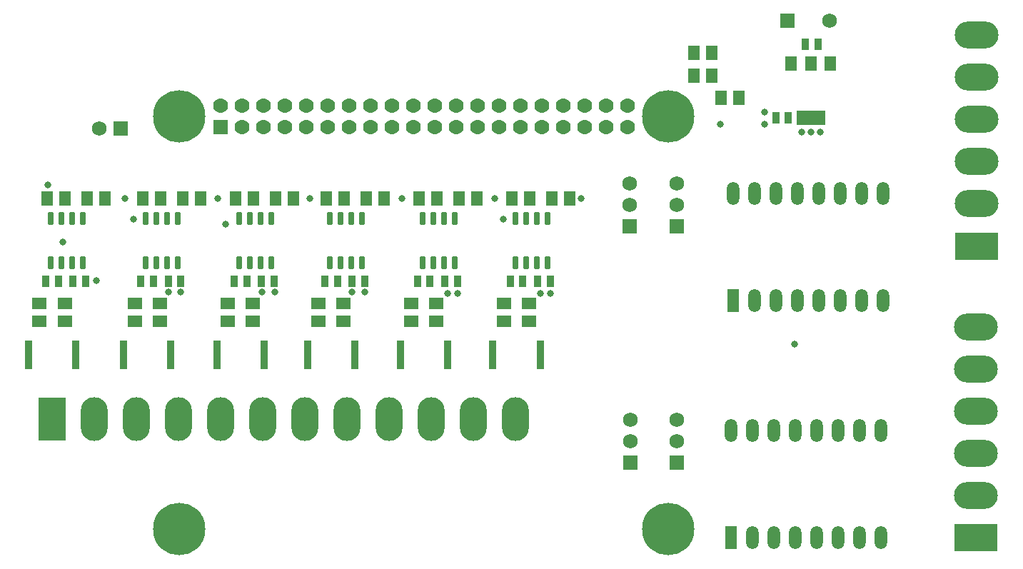
<source format=gbr>
G04*
G04 #@! TF.GenerationSoftware,Altium Limited,Altium Designer,24.0.1 (36)*
G04*
G04 Layer_Color=16711935*
%FSLAX25Y25*%
%MOIN*%
G70*
G04*
G04 #@! TF.SameCoordinates,EAEA65AB-E80B-4046-BB69-B77F90F57262*
G04*
G04*
G04 #@! TF.FilePolarity,Negative*
G04*
G01*
G75*
%ADD16R,0.06738X0.05550*%
%ADD17R,0.05550X0.06738*%
%ADD18C,0.06800*%
%ADD19R,0.06800X0.06800*%
%ADD20O,0.20485X0.12611*%
%ADD21R,0.20485X0.12611*%
%ADD22R,0.05800X0.10800*%
%ADD23O,0.05800X0.10800*%
%ADD24R,0.12611X0.20485*%
%ADD25O,0.12611X0.20485*%
%ADD26R,0.06800X0.06800*%
%ADD27C,0.06981*%
%ADD28R,0.06981X0.06981*%
%ADD29C,0.24422*%
%ADD30C,0.03162*%
%ADD53R,0.03740X0.05315*%
G04:AMPARAMS|DCode=61|XSize=29.65mil|YSize=57.21mil|CornerRadius=5.95mil|HoleSize=0mil|Usage=FLASHONLY|Rotation=180.000|XOffset=0mil|YOffset=0mil|HoleType=Round|Shape=RoundedRectangle|*
%AMROUNDEDRECTD61*
21,1,0.02965,0.04532,0,0,180.0*
21,1,0.01776,0.05721,0,0,180.0*
1,1,0.01190,-0.00888,0.02266*
1,1,0.01190,0.00888,0.02266*
1,1,0.01190,0.00888,-0.02266*
1,1,0.01190,-0.00888,-0.02266*
%
%ADD61ROUNDEDRECTD61*%
%ADD62R,0.03792X0.13320*%
%ADD63R,0.05524X0.06706*%
%ADD64R,0.13792X0.06706*%
D16*
X248031Y118694D02*
D03*
Y126969D02*
D03*
X236221Y118694D02*
D03*
Y126969D02*
D03*
X204724Y118694D02*
D03*
Y126969D02*
D03*
X192913Y118694D02*
D03*
Y126969D02*
D03*
X161417Y118694D02*
D03*
Y126969D02*
D03*
X149606Y118694D02*
D03*
Y126969D02*
D03*
X119095Y118694D02*
D03*
Y126969D02*
D03*
X107283Y118694D02*
D03*
Y126969D02*
D03*
X75610Y118694D02*
D03*
Y126969D02*
D03*
X63799Y118694D02*
D03*
Y126969D02*
D03*
X31142Y118694D02*
D03*
Y126969D02*
D03*
X19331Y118694D02*
D03*
Y126969D02*
D03*
D17*
X266933Y175981D02*
D03*
X258658D02*
D03*
X239957D02*
D03*
X248232D02*
D03*
X223625D02*
D03*
X215351D02*
D03*
X196650D02*
D03*
X204925D02*
D03*
X180318D02*
D03*
X172044D02*
D03*
X153343D02*
D03*
X161618D02*
D03*
X137996D02*
D03*
X129721D02*
D03*
X111020D02*
D03*
X119295D02*
D03*
X94511D02*
D03*
X86237D02*
D03*
X67536D02*
D03*
X75810D02*
D03*
X50043D02*
D03*
X41768D02*
D03*
X23067D02*
D03*
X31342D02*
D03*
X345869Y223228D02*
D03*
X337595D02*
D03*
X333271Y233465D02*
D03*
X324997D02*
D03*
X333271Y244094D02*
D03*
X324997D02*
D03*
D18*
X47244Y208661D02*
D03*
X294881Y172992D02*
D03*
Y182992D02*
D03*
X316928Y172992D02*
D03*
Y182992D02*
D03*
X316929Y62835D02*
D03*
Y72835D02*
D03*
X295276Y62835D02*
D03*
Y72835D02*
D03*
X388145Y259042D02*
D03*
D19*
X57244Y208661D02*
D03*
X368460Y259042D02*
D03*
D20*
X456693Y116142D02*
D03*
Y96457D02*
D03*
Y76772D02*
D03*
Y57087D02*
D03*
Y37402D02*
D03*
X457087Y173622D02*
D03*
Y193307D02*
D03*
Y212992D02*
D03*
Y232677D02*
D03*
Y252362D02*
D03*
D21*
X456693Y17717D02*
D03*
X457087Y153937D02*
D03*
D22*
X342205Y17717D02*
D03*
X343228Y128347D02*
D03*
D23*
X352205Y17717D02*
D03*
X362205D02*
D03*
X372205D02*
D03*
X382205D02*
D03*
X392205D02*
D03*
X402205D02*
D03*
X412205D02*
D03*
X342205Y67716D02*
D03*
X352205D02*
D03*
X362205D02*
D03*
X372205D02*
D03*
X382205D02*
D03*
X392205D02*
D03*
X402205D02*
D03*
X412205D02*
D03*
X413228Y178347D02*
D03*
X403228D02*
D03*
X393228D02*
D03*
X383228D02*
D03*
X373228D02*
D03*
X363228D02*
D03*
X353228D02*
D03*
X343228D02*
D03*
X413228Y128347D02*
D03*
X403228D02*
D03*
X393228D02*
D03*
X383228D02*
D03*
X373228D02*
D03*
X363228D02*
D03*
X353228D02*
D03*
D24*
X25197Y73228D02*
D03*
D25*
X44882D02*
D03*
X64567D02*
D03*
X84252D02*
D03*
X103937D02*
D03*
X123622D02*
D03*
X143307D02*
D03*
X162992D02*
D03*
X182677D02*
D03*
X202362D02*
D03*
X222047D02*
D03*
X241732D02*
D03*
D26*
X294881Y162992D02*
D03*
X316928D02*
D03*
X316929Y52835D02*
D03*
X295276D02*
D03*
D27*
X293839Y219547D02*
D03*
X283839D02*
D03*
X273839D02*
D03*
X263839D02*
D03*
X253839D02*
D03*
X243839D02*
D03*
X233839D02*
D03*
X223839D02*
D03*
X213839D02*
D03*
X203839D02*
D03*
X193839D02*
D03*
X183839D02*
D03*
X173839D02*
D03*
X163839D02*
D03*
X153839D02*
D03*
X143839D02*
D03*
X133839D02*
D03*
X123839D02*
D03*
X113839D02*
D03*
X103839D02*
D03*
X293839Y209547D02*
D03*
X283839D02*
D03*
X273839D02*
D03*
X263839D02*
D03*
X253839D02*
D03*
X243839D02*
D03*
X233839D02*
D03*
X223839D02*
D03*
X213839D02*
D03*
X203839D02*
D03*
X193839D02*
D03*
X183839D02*
D03*
X173839D02*
D03*
X163839D02*
D03*
X153839D02*
D03*
X143839D02*
D03*
X133839D02*
D03*
X123839D02*
D03*
X113839D02*
D03*
D28*
X103839D02*
D03*
D29*
X312992Y21654D02*
D03*
Y214567D02*
D03*
X84646D02*
D03*
Y21654D02*
D03*
D30*
X337402Y210630D02*
D03*
X372047Y108268D02*
D03*
X379528Y207087D02*
D03*
X375197D02*
D03*
X383858D02*
D03*
X357874Y210630D02*
D03*
Y216535D02*
D03*
X272441Y175984D02*
D03*
X209842Y131890D02*
D03*
X253150D02*
D03*
X23228Y182283D02*
D03*
X123228Y132283D02*
D03*
X85433D02*
D03*
X79528D02*
D03*
X257874Y131890D02*
D03*
X214567D02*
D03*
X171260Y132283D02*
D03*
X165354D02*
D03*
X129134D02*
D03*
X235827Y166535D02*
D03*
X106299Y164173D02*
D03*
X63386Y166535D02*
D03*
X30315Y155905D02*
D03*
X231890Y175984D02*
D03*
X188583D02*
D03*
X145669D02*
D03*
X102756D02*
D03*
X59255D02*
D03*
X46063Y137795D02*
D03*
D53*
X245079Y137595D02*
D03*
X239173D02*
D03*
X251969D02*
D03*
X257874D02*
D03*
X201772D02*
D03*
X195866D02*
D03*
X208661D02*
D03*
X214567D02*
D03*
X158465D02*
D03*
X152559D02*
D03*
X165354D02*
D03*
X171260D02*
D03*
X116142D02*
D03*
X110236D02*
D03*
X123031D02*
D03*
X128937D02*
D03*
X72658D02*
D03*
X66752D02*
D03*
X79547D02*
D03*
X85453D02*
D03*
X22284D02*
D03*
X28189D02*
D03*
X40984D02*
D03*
X35079D02*
D03*
X376969Y248031D02*
D03*
X382874D02*
D03*
X363145Y213766D02*
D03*
X369051D02*
D03*
D61*
X256516Y145961D02*
D03*
X251516D02*
D03*
X246516D02*
D03*
X241516D02*
D03*
X256516Y166630D02*
D03*
X251516D02*
D03*
X246516D02*
D03*
X241516D02*
D03*
X198209D02*
D03*
X203209D02*
D03*
X208209D02*
D03*
X213209D02*
D03*
X198209Y145961D02*
D03*
X203209D02*
D03*
X208209D02*
D03*
X213209D02*
D03*
X154902Y166630D02*
D03*
X159902D02*
D03*
X164902D02*
D03*
X169902D02*
D03*
X154902Y145961D02*
D03*
X159902D02*
D03*
X164902D02*
D03*
X169902D02*
D03*
X112579Y166630D02*
D03*
X117579D02*
D03*
X122579D02*
D03*
X127579D02*
D03*
X112579Y145961D02*
D03*
X117579D02*
D03*
X122579D02*
D03*
X127579D02*
D03*
X69095Y166630D02*
D03*
X74094D02*
D03*
X79094D02*
D03*
X84095D02*
D03*
X69095Y145961D02*
D03*
X74094D02*
D03*
X79094D02*
D03*
X84095D02*
D03*
X24626Y166630D02*
D03*
X29626D02*
D03*
X34626D02*
D03*
X39626D02*
D03*
X24626Y145961D02*
D03*
X29626D02*
D03*
X34626D02*
D03*
X39626D02*
D03*
D62*
X231122Y103146D02*
D03*
X253130D02*
D03*
X187815D02*
D03*
X209823D02*
D03*
X144508D02*
D03*
X166516D02*
D03*
X102185D02*
D03*
X124193D02*
D03*
X58701D02*
D03*
X80709D02*
D03*
X14232D02*
D03*
X36240D02*
D03*
D63*
X370428Y238963D02*
D03*
X379484D02*
D03*
X388539D02*
D03*
D64*
X379484Y213766D02*
D03*
M02*

</source>
